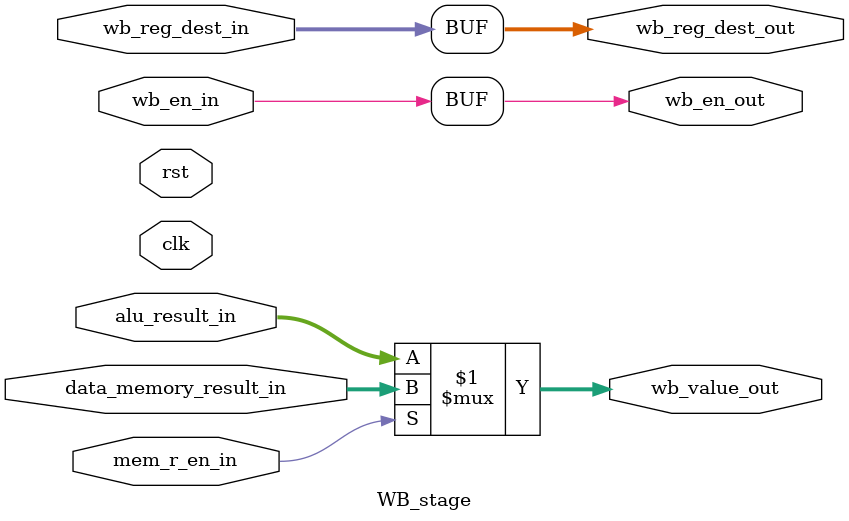
<source format=v>
module WB_stage(
    input               clk,
    input               rst,
    input               wb_en_in,
    input               mem_r_en_in,
    input       [31:0]  alu_result_in,
    input       [31:0]  data_memory_result_in,
    input       [3:0]   wb_reg_dest_in,
    
    output      [31:0]  wb_value_out,
    output              wb_en_out,
    output      [3:0]   wb_reg_dest_out
);

    // control signals passing
    assign wb_reg_dest_out      = wb_reg_dest_in;
    assign wb_en_out            = wb_en_in;

    // mux
    assign wb_value_out         = (mem_r_en_in) ? (data_memory_result_in) : (alu_result_in);

endmodule
</source>
